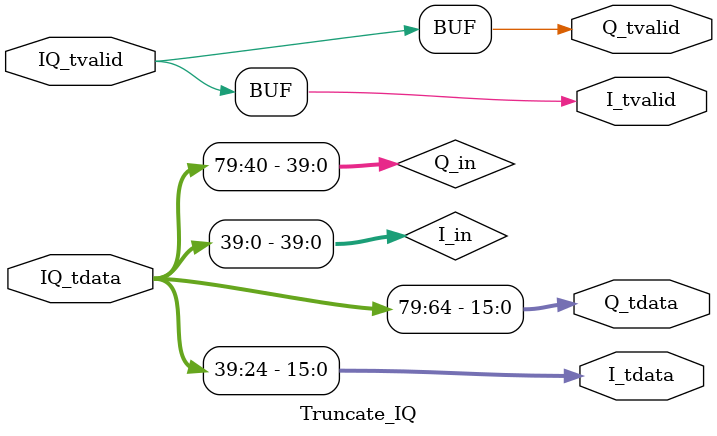
<source format=v>


`timescale 1ns / 1ps

module Truncate_IQ #(
    parameter I_WIDTH = 80,  // input width
    parameter O_WIDTH = 16,  // output width
    parameter MSB_TRUNCATE_BITS = 0  // truncate bits on MSB
) (
    input  signed [I_WIDTH-1:0] IQ_tdata,
    input                       IQ_tvalid,
    output signed [O_WIDTH-1:0] I_tdata,
    output                      I_tvalid,
    output signed [O_WIDTH-1:0] Q_tdata,
    output                      Q_tvalid
);
    localparam RIGHT_SHIFT = I_WIDTH / 2 - O_WIDTH - MSB_TRUNCATE_BITS;

    wire signed [I_WIDTH/2-1:0] I_in, Q_in;
    assign {Q_in, I_in} = IQ_tdata;
    // truncate bits with arithematic right shift
    assign I_tdata = I_in >>> RIGHT_SHIFT;
    assign Q_tdata = Q_in >>> RIGHT_SHIFT;
    // pass through valid signal
    assign I_tvalid = IQ_tvalid;
    assign Q_tvalid = IQ_tvalid;
endmodule

</source>
